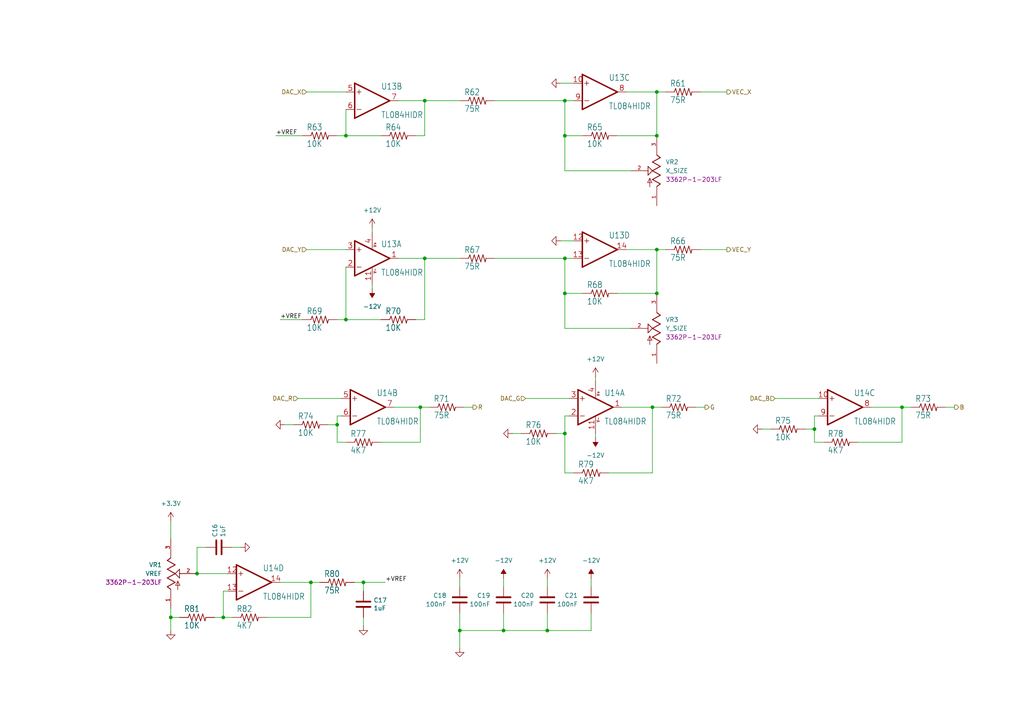
<source format=kicad_sch>
(kicad_sch (version 20250114) (generator "eeschema") (generator_version "9.0")
  (paper "A4")
  (lib_symbols
    (symbol "3362P-1-203LF:3362P-1-203LF" (pin_names (offset 1.016))
      (property "Reference" "VR" (at -10.1818 2.5465 0))
      (property "Value" "-" (at 0 2.54 0))
      (property "Description" "3362P-1-203LF" (at 8.89 -4.572 0))
      (symbol "3362P-1-203LF_0_0"
        (polyline (pts (xy -5.08 0) (xy -4.572 0)) (stroke (width 0.1524)))
        (polyline (pts (xy -4.699 -2.032) (xy -2.159 -2.032)) (stroke (width 0.1524)))
        (polyline (pts (xy -4.572 0) (xy -3.81 1.016)) (stroke (width 0.254)))
        (polyline (pts (xy -3.81 1.016) (xy -2.54 -1.27)) (stroke (width 0.254)))
        (polyline (pts (xy -3.429 -1.397) (xy -2.159 -2.032)) (stroke (width 0.1524)))
        (polyline (pts (xy -3.429 -2.667) (xy -3.429 -1.397)) (stroke (width 0.1524)))
        (polyline (pts (xy -2.54 -1.27) (xy -1.27 1.016)) (stroke (width 0.254)))
        (polyline (pts (xy -2.159 -2.032) (xy -3.429 -2.667)) (stroke (width 0.1524)))
        (polyline (pts (xy -1.27 1.016) (xy 0 -1.27)) (stroke (width 0.254)))
        (polyline (pts (xy -1.27 -2.54) (xy 0 -1.27)) (stroke (width 0.2032)))
        (polyline (pts (xy 0 -1.27) (xy 1.27 1.016)) (stroke (width 0.254)))
        (polyline (pts (xy 0 -1.27) (xy 1.27 -2.54)) (stroke (width 0.2032)))
        (polyline (pts (xy 1.27 1.016) (xy 2.54 -1.27)) (stroke (width 0.254)))
        (polyline (pts (xy 1.27 -2.54) (xy -1.27 -2.54)) (stroke (width 0.2032)))
        (polyline (pts (xy 2.54 -1.27) (xy 3.81 1.016)) (stroke (width 0.254)))
        (polyline (pts (xy 3.81 1.016) (xy 4.572 0)) (stroke (width 0.254)))
        (polyline (pts (xy 4.572 0) (xy 5.08 0)) (stroke (width 0.1524)))
        (pin passive line (at -10.16 0 0) (length 5.08) (name "~") (number "1"))
        (pin passive line (at 0 -7.62 90) (length 5.08) (name "~") (number "2"))
        (pin passive line (at 10.16 0 180) (length 5.08) (name "~") (number "3"))
      )
    )
    (symbol "Device:C" (pin_numbers (hide yes)) (pin_names (offset 0.254))
      (property "Reference" "C" (at 0.635 2.54 0))
      (property "Value" "C" (at 0.635 -2.54 0))
      (symbol "C_0_1"
        (polyline (pts (xy -2.032 0.762) (xy 2.032 0.762)) (stroke (width 0.508)))
        (polyline (pts (xy -2.032 -0.762) (xy 2.032 -0.762)) (stroke (width 0.508)))
      )
      (symbol "C_1_1"
        (pin passive line (at 0 3.81 270) (length 2.794) (name "~") (number "1"))
        (pin passive line (at 0 -3.81 90) (length 2.794) (name "~") (number "2"))
      )
    )
    (symbol "mister-vector-eagle-import:R-US_R0603"
      (property "Reference" "R" (at -3.81 1.4986 0))
      (symbol "R-US_R0603_1_0"
        (polyline (pts (xy -2.54 0) (xy -2.159 1.016)) (stroke (width 0.2032)))
        (polyline (pts (xy -2.159 1.016) (xy -1.524 -1.016)) (stroke (width 0.2032)))
        (polyline (pts (xy -1.524 -1.016) (xy -0.889 1.016)) (stroke (width 0.2032)))
        (polyline (pts (xy -0.889 1.016) (xy -0.254 -1.016)) (stroke (width 0.2032)))
        (polyline (pts (xy -0.254 -1.016) (xy 0.381 1.016)) (stroke (width 0.2032)))
        (polyline (pts (xy 0.381 1.016) (xy 1.016 -1.016)) (stroke (width 0.2032)))
        (polyline (pts (xy 1.016 -1.016) (xy 1.651 1.016)) (stroke (width 0.2032)))
        (polyline (pts (xy 1.651 1.016) (xy 2.286 -1.016)) (stroke (width 0.2032)))
        (polyline (pts (xy 2.286 -1.016) (xy 2.54 0)) (stroke (width 0.2032)))
        (pin passive line (at -5.08 0 0) (length 2.54) (name "1") (number "1"))
        (pin passive line (at 5.08 0 180) (length 2.54) (name "2") (number "2"))
      )
    )
    (symbol "mister-vector-eagle-import:TL084"
      (property "Reference" "IC" (at 2.54 3.175 0))
      (symbol "TL084_1_0"
        (polyline (pts (xy -5.08 5.08) (xy -5.08 -5.08)) (stroke (width 0.4064)))
        (polyline (pts (xy -5.08 -5.08) (xy 5.08 0)) (stroke (width 0.4064)))
        (polyline (pts (xy -4.445 2.54) (xy -3.175 2.54)) (stroke (width 0.1524)))
        (polyline (pts (xy -4.445 -2.54) (xy -3.175 -2.54)) (stroke (width 0.1524)))
        (polyline (pts (xy -3.81 3.175) (xy -3.81 1.905)) (stroke (width 0.1524)))
        (polyline (pts (xy 5.08 0) (xy -5.08 5.08)) (stroke (width 0.4064)))
        (text "V+" (at 1.27 3.175 900) (effects (font (size 0.8128 0.6908)) (justify left bottom)))
        (text "V-" (at 1.27 -4.445 900) (effects (font (size 0.8128 0.6908)) (justify left bottom)))
        (pin input line (at -7.62 2.54 0) (length 2.54) (name "+IN") (number "3"))
        (pin input line (at -7.62 -2.54 0) (length 2.54) (name "-IN") (number "2"))
        (pin power_in line (at 0 7.62 270) (length 5.08) (name "V+") (number "4"))
        (pin power_in line (at 0 -7.62 90) (length 5.08) (name "V-") (number "11"))
        (pin output line (at 7.62 0 180) (length 2.54) (name "OUT") (number "1"))
      )
      (symbol "TL084_2_0"
        (polyline (pts (xy -5.08 5.08) (xy -5.08 -5.08)) (stroke (width 0.4064)))
        (polyline (pts (xy -5.08 -5.08) (xy 5.08 0)) (stroke (width 0.4064)))
        (polyline (pts (xy -4.445 2.54) (xy -3.175 2.54)) (stroke (width 0.1524)))
        (polyline (pts (xy -4.445 -2.54) (xy -3.175 -2.54)) (stroke (width 0.1524)))
        (polyline (pts (xy -3.81 3.175) (xy -3.81 1.905)) (stroke (width 0.1524)))
        (polyline (pts (xy 5.08 0) (xy -5.08 5.08)) (stroke (width 0.4064)))
        (pin input line (at -7.62 2.54 0) (length 2.54) (name "+IN") (number "5"))
        (pin input line (at -7.62 -2.54 0) (length 2.54) (name "-IN") (number "6"))
        (pin output line (at 7.62 0 180) (length 2.54) (name "OUT") (number "7"))
      )
      (symbol "TL084_3_0"
        (polyline (pts (xy -5.08 5.08) (xy -5.08 -5.08)) (stroke (width 0.4064)))
        (polyline (pts (xy -5.08 -5.08) (xy 5.08 0)) (stroke (width 0.4064)))
        (polyline (pts (xy -4.445 2.54) (xy -3.175 2.54)) (stroke (width 0.1524)))
        (polyline (pts (xy -4.445 -2.54) (xy -3.175 -2.54)) (stroke (width 0.1524)))
        (polyline (pts (xy -3.81 3.175) (xy -3.81 1.905)) (stroke (width 0.1524)))
        (polyline (pts (xy 5.08 0) (xy -5.08 5.08)) (stroke (width 0.4064)))
        (pin input line (at -7.62 2.54 0) (length 2.54) (name "+IN") (number "10"))
        (pin input line (at -7.62 -2.54 0) (length 2.54) (name "-IN") (number "9"))
        (pin output line (at 7.62 0 180) (length 2.54) (name "OUT") (number "8"))
      )
      (symbol "TL084_4_0"
        (polyline (pts (xy -5.08 5.08) (xy -5.08 -5.08)) (stroke (width 0.4064)))
        (polyline (pts (xy -5.08 -5.08) (xy 5.08 0)) (stroke (width 0.4064)))
        (polyline (pts (xy -4.445 2.54) (xy -3.175 2.54)) (stroke (width 0.1524)))
        (polyline (pts (xy -4.445 -2.54) (xy -3.175 -2.54)) (stroke (width 0.1524)))
        (polyline (pts (xy -3.81 3.175) (xy -3.81 1.905)) (stroke (width 0.1524)))
        (polyline (pts (xy 5.08 0) (xy -5.08 5.08)) (stroke (width 0.4064)))
        (pin input line (at -7.62 2.54 0) (length 2.54) (name "+IN") (number "12"))
        (pin input line (at -7.62 -2.54 0) (length 2.54) (name "-IN") (number "13"))
        (pin output line (at 7.62 0 180) (length 2.54) (name "OUT") (number "14"))
      )
    )
    (symbol "power:+12V" (power) (pin_numbers (hide yes)) (pin_names (offset 0) (hide yes))
      (property "Value" "+12V" (at 0 3.556 0))
      (symbol "+12V_0_1"
        (polyline (pts (xy -0.762 1.27) (xy 0 2.54)))
        (polyline (pts (xy 0 2.54) (xy 0.762 1.27)))
        (polyline (pts (xy 0 0) (xy 0 2.54)))
      )
      (symbol "+12V_1_1"
        (pin power_in line (at 0 0 90) (length 0) (name "~") (number "1"))
      )
    )
    (symbol "power:+3.3V" (power) (pin_numbers (hide yes)) (pin_names (offset 0) (hide yes))
      (property "Value" "+3.3V" (at 0 3.556 0))
      (symbol "+3.3V_0_1"
        (polyline (pts (xy -0.762 1.27) (xy 0 2.54)))
        (polyline (pts (xy 0 2.54) (xy 0.762 1.27)))
        (polyline (pts (xy 0 0) (xy 0 2.54)))
      )
      (symbol "+3.3V_1_1"
        (pin power_in line (at 0 0 90) (length 0) (name "~") (number "1"))
      )
    )
    (symbol "power:-12V" (power) (pin_numbers (hide yes)) (pin_names (offset 0) (hide yes))
      (property "Value" "-12V" (at 0 3.556 0))
      (symbol "-12V_0_0"
        (pin power_in line (at 0 0 90) (length 0) (name "~") (number "1"))
      )
      (symbol "-12V_0_1"
        (polyline (pts (xy 0 0) (xy 0 1.27) (xy 0.762 1.27) (xy 0 2.54) (xy -0.762 1.27) (xy 0 1.27)) (fill (type outline)))
      )
    )
    (symbol "power:GND" (power) (pin_numbers (hide yes)) (pin_names (offset 0) (hide yes))
      (property "Value" "GND" (at 0 -3.81 0))
      (symbol "GND_0_1"
        (polyline (pts (xy 0 0) (xy 0 -1.27) (xy 1.27 -1.27) (xy 0 -2.54) (xy -1.27 -1.27) (xy 0 -1.27)))
      )
      (symbol "GND_1_1"
        (pin power_in line (at 0 0 270) (length 0) (name "~") (number "1"))
      )
    )
  )
  (junction (at 163.83 125.73))
  (junction (at 190.5 26.67))
  (junction (at 123.19 29.21))
  (junction (at 57.15 166.37))
  (junction (at 190.5 39.37))
  (junction (at 121.92 118.11))
  (junction (at 190.5 72.39))
  (junction (at 100.33 92.71))
  (junction (at 49.53 179.07))
  (junction (at 146.05 182.88))
  (junction (at 97.79 123.19))
  (junction (at 90.17 168.91))
  (junction (at 100.33 39.37))
  (junction (at 236.22 124.46))
  (junction (at 163.83 39.37))
  (junction (at 163.83 29.21))
  (junction (at 123.19 74.93))
  (junction (at 163.83 85.09))
  (junction (at 158.75 182.88))
  (junction (at 261.62 118.11))
  (junction (at 189.23 118.11))
  (junction (at 105.41 168.91))
  (junction (at 133.35 182.88))
  (junction (at 163.83 74.93))
  (junction (at 64.77 179.07))
  (junction (at 190.5 85.09))
  (wire (pts (xy 236.22 120.65) (xy 236.22 124.46)) (stroke (width 0.1524)))
  (wire (pts (xy 162.56 24.13) (xy 166.37 24.13)) (stroke (width 0.1524)))
  (wire (pts (xy 224.79 115.57) (xy 237.49 115.57)) (stroke (width 0.1524)))
  (wire (pts (xy 180.34 118.11) (xy 189.23 118.11)) (stroke (width 0.1524)))
  (wire (pts (xy 100.33 77.47) (xy 100.33 92.71)) (stroke (width 0.1524)))
  (wire (pts (xy 190.5 72.39) (xy 193.04 72.39)) (stroke (width 0.1524)))
  (wire (pts (xy 95.25 123.19) (xy 97.79 123.19)) (stroke (width 0.1524)))
  (wire (pts (xy 179.07 39.37) (xy 190.5 39.37)) (stroke (width 0.1524)))
  (wire (pts (xy 163.83 85.09) (xy 168.91 85.09)) (stroke (width 0.1524)))
  (wire (pts (xy 100.33 31.75) (xy 100.33 39.37)) (stroke (width 0.1524)))
  (wire (pts (xy 261.62 128.27) (xy 261.62 118.11)) (stroke (width 0.1524)))
  (wire (pts (xy 190.5 26.67) (xy 193.04 26.67)) (stroke (width 0.1524)))
  (wire (pts (xy 57.15 166.37) (xy 66.04 166.37)) (stroke (width 0.1524)))
  (wire (pts (xy 163.83 74.93) (xy 143.51 74.93)) (stroke (width 0.1524)))
  (wire (pts (xy 57.15 158.75) (xy 57.15 166.37)) (stroke (width 0.1524)))
  (wire (pts (xy 110.49 128.27) (xy 121.92 128.27)) (stroke (width 0.1524)))
  (wire (pts (xy 190.5 85.09) (xy 190.5 72.39)) (stroke (width 0.1524)))
  (wire (pts (xy 220.98 124.46) (xy 223.52 124.46)) (stroke (width 0.1524)))
  (wire (pts (xy 88.9 72.39) (xy 100.33 72.39)) (stroke (width 0.1524)))
  (wire (pts (xy 121.92 118.11) (xy 124.46 118.11)) (stroke (width 0.1524)))
  (wire (pts (xy 148.59 125.73) (xy 151.13 125.73)) (stroke (width 0.1524)))
  (wire (pts (xy 143.51 29.21) (xy 163.83 29.21)) (stroke (width 0.1524)))
  (wire (pts (xy 248.92 128.27) (xy 261.62 128.27)) (stroke (width 0.1524)))
  (wire (pts (xy 82.55 123.19) (xy 85.09 123.19)) (stroke (width 0.1524)))
  (wire (pts (xy 252.73 118.11) (xy 261.62 118.11)) (stroke (width 0.1524)))
  (wire (pts (xy 105.41 171.45) (xy 105.41 168.91)) (stroke (width 0.1524)))
  (wire (pts (xy 115.57 29.21) (xy 123.19 29.21)) (stroke (width 0.1524)))
  (wire (pts (xy 120.65 39.37) (xy 123.19 39.37)) (stroke (width 0.1524)))
  (wire (pts (xy 158.75 182.88) (xy 158.75 177.8)))
  (wire (pts (xy 97.79 92.71) (xy 100.33 92.71)) (stroke (width 0.1524)))
  (wire (pts (xy 163.83 137.16) (xy 166.37 137.16)) (stroke (width 0.1524)))
  (wire (pts (xy 163.83 95.25) (xy 163.83 85.09)) (stroke (width 0.1524)))
  (wire (pts (xy 90.17 179.07) (xy 90.17 168.91)) (stroke (width 0.1524)))
  (wire (pts (xy 123.19 29.21) (xy 133.35 29.21)) (stroke (width 0.1524)))
  (wire (pts (xy 163.83 49.53) (xy 182.88 49.53)) (stroke (width 0.1524)))
  (wire (pts (xy 133.35 182.88) (xy 133.35 187.96)))
  (wire (pts (xy 190.5 39.37) (xy 190.5 26.67)) (stroke (width 0.1524)))
  (wire (pts (xy 80.01 39.37) (xy 87.63 39.37)) (stroke (width 0.1524)))
  (wire (pts (xy 233.68 124.46) (xy 236.22 124.46)) (stroke (width 0.1524)))
  (wire (pts (xy 100.33 128.27) (xy 97.79 128.27)) (stroke (width 0.1524)))
  (wire (pts (xy 163.83 95.25) (xy 182.88 95.25)) (stroke (width 0.1524)))
  (wire (pts (xy 134.62 118.11) (xy 137.16 118.11)) (stroke (width 0.1524)))
  (wire (pts (xy 123.19 39.37) (xy 123.19 29.21)) (stroke (width 0.1524)))
  (wire (pts (xy 133.35 167.64) (xy 133.35 170.18)))
  (wire (pts (xy 67.31 158.75) (xy 69.85 158.75)) (stroke (width 0.1524)))
  (wire (pts (xy 123.19 74.93) (xy 133.35 74.93)) (stroke (width 0.1524)))
  (wire (pts (xy 114.3 118.11) (xy 121.92 118.11)) (stroke (width 0.1524)))
  (wire (pts (xy 100.33 92.71) (xy 110.49 92.71)) (stroke (width 0.1524)))
  (wire (pts (xy 86.36 115.57) (xy 99.06 115.57)) (stroke (width 0.1524)))
  (wire (pts (xy 163.83 39.37) (xy 168.91 39.37)) (stroke (width 0.1524)))
  (wire (pts (xy 121.92 128.27) (xy 121.92 118.11)) (stroke (width 0.1524)))
  (wire (pts (xy 146.05 182.88) (xy 158.75 182.88)))
  (wire (pts (xy 64.77 179.07) (xy 67.31 179.07)) (stroke (width 0.1524)))
  (wire (pts (xy 171.45 182.88) (xy 171.45 177.8)))
  (wire (pts (xy 163.83 74.93) (xy 166.37 74.93)) (stroke (width 0.1524)))
  (wire (pts (xy 105.41 181.61) (xy 105.41 179.07)) (stroke (width 0.1524)))
  (wire (pts (xy 163.83 74.93) (xy 163.83 85.09)) (stroke (width 0.1524)))
  (wire (pts (xy 165.1 120.65) (xy 163.83 120.65)) (stroke (width 0.1524)))
  (wire (pts (xy 181.61 72.39) (xy 190.5 72.39)) (stroke (width 0.1524)))
  (wire (pts (xy 99.06 120.65) (xy 97.79 120.65)) (stroke (width 0.1524)))
  (wire (pts (xy 120.65 92.71) (xy 123.19 92.71)) (stroke (width 0.1524)))
  (wire (pts (xy 77.47 179.07) (xy 90.17 179.07)) (stroke (width 0.1524)))
  (wire (pts (xy 179.07 85.09) (xy 190.5 85.09)) (stroke (width 0.1524)))
  (wire (pts (xy 97.79 128.27) (xy 97.79 123.19)) (stroke (width 0.1524)))
  (wire (pts (xy 59.69 158.75) (xy 57.15 158.75)) (stroke (width 0.1524)))
  (wire (pts (xy 49.53 182.88) (xy 49.53 179.07)))
  (wire (pts (xy 97.79 123.19) (xy 97.79 120.65)) (stroke (width 0.1524)))
  (wire (pts (xy 90.17 168.91) (xy 92.71 168.91)) (stroke (width 0.1524)))
  (wire (pts (xy 203.2 72.39) (xy 210.82 72.39)) (stroke (width 0.1524)))
  (wire (pts (xy 236.22 124.46) (xy 236.22 128.27)) (stroke (width 0.1524)))
  (wire (pts (xy 163.83 29.21) (xy 163.83 39.37)) (stroke (width 0.1524)))
  (wire (pts (xy 236.22 128.27) (xy 238.76 128.27)) (stroke (width 0.1524)))
  (wire (pts (xy 49.53 179.07) (xy 52.07 179.07)) (stroke (width 0.1524)))
  (wire (pts (xy 49.53 156.21) (xy 49.53 151.13)) (stroke (width 0.1524)))
  (wire (pts (xy 163.83 120.65) (xy 163.83 125.73)) (stroke (width 0.1524)))
  (wire (pts (xy 146.05 182.88) (xy 146.05 177.8)))
  (wire (pts (xy 176.53 137.16) (xy 189.23 137.16)) (stroke (width 0.1524)))
  (wire (pts (xy 97.79 39.37) (xy 100.33 39.37)) (stroke (width 0.1524)))
  (wire (pts (xy 133.35 182.88) (xy 146.05 182.88)))
  (wire (pts (xy 172.72 127) (xy 172.72 125.73)))
  (wire (pts (xy 261.62 118.11) (xy 264.16 118.11)) (stroke (width 0.1524)))
  (wire (pts (xy 64.77 171.45) (xy 64.77 179.07)) (stroke (width 0.1524)))
  (wire (pts (xy 102.87 168.91) (xy 105.41 168.91)) (stroke (width 0.1524)))
  (wire (pts (xy 66.04 171.45) (xy 64.77 171.45)) (stroke (width 0.1524)))
  (wire (pts (xy 100.33 39.37) (xy 110.49 39.37)) (stroke (width 0.1524)))
  (wire (pts (xy 163.83 29.21) (xy 166.37 29.21)) (stroke (width 0.1524)))
  (wire (pts (xy 163.83 39.37) (xy 163.83 49.53)) (stroke (width 0.1524)))
  (wire (pts (xy 88.9 26.67) (xy 100.33 26.67)) (stroke (width 0.1524)))
  (wire (pts (xy 162.56 69.85) (xy 166.37 69.85)) (stroke (width 0.1524)))
  (wire (pts (xy 123.19 74.93) (xy 115.57 74.93)) (stroke (width 0.1524)))
  (wire (pts (xy 274.32 118.11) (xy 276.86 118.11)) (stroke (width 0.1524)))
  (wire (pts (xy 81.28 92.71) (xy 87.63 92.71)) (stroke (width 0.1524)))
  (wire (pts (xy 158.75 182.88) (xy 171.45 182.88)))
  (wire (pts (xy 203.2 26.67) (xy 210.82 26.67)) (stroke (width 0.1524)))
  (wire (pts (xy 181.61 26.67) (xy 190.5 26.67)) (stroke (width 0.1524)))
  (wire (pts (xy 201.93 118.11) (xy 204.47 118.11)) (stroke (width 0.1524)))
  (wire (pts (xy 163.83 125.73) (xy 163.83 137.16)) (stroke (width 0.1524)))
  (wire (pts (xy 172.72 109.22) (xy 172.72 110.49)))
  (wire (pts (xy 171.45 170.18) (xy 171.45 167.64)))
  (wire (pts (xy 237.49 120.65) (xy 236.22 120.65)) (stroke (width 0.1524)))
  (wire (pts (xy 123.19 92.71) (xy 123.19 74.93)) (stroke (width 0.1524)))
  (wire (pts (xy 62.23 179.07) (xy 64.77 179.07)) (stroke (width 0.1524)))
  (wire (pts (xy 189.23 118.11) (xy 191.77 118.11)) (stroke (width 0.1524)))
  (wire (pts (xy 133.35 177.8) (xy 133.35 182.88)))
  (wire (pts (xy 49.53 179.07) (xy 49.53 176.53)) (stroke (width 0.1524)))
  (wire (pts (xy 161.29 125.73) (xy 163.83 125.73)) (stroke (width 0.1524)))
  (wire (pts (xy 105.41 168.91) (xy 111.76 168.91)) (stroke (width 0.1524)))
  (wire (pts (xy 189.23 137.16) (xy 189.23 118.11)) (stroke (width 0.1524)))
  (wire (pts (xy 152.4 115.57) (xy 165.1 115.57)) (stroke (width 0.1524)))
  (wire (pts (xy 107.95 66.04) (xy 107.95 67.31)))
  (wire (pts (xy 90.17 168.91) (xy 81.28 168.91)) (stroke (width 0.1524)))
  (wire (pts (xy 107.95 83.82) (xy 107.95 82.55)))
  (wire (pts (xy 158.75 167.64) (xy 158.75 170.18)))
  (wire (pts (xy 146.05 170.18) (xy 146.05 167.64)))
  (label "+VREF" (at 81.28 92.71 0) (effects (font (size 1.2446 1.2446))))
  (label "+VREF" (at 111.76 168.91 0) (effects (font (size 1.2446 1.2446))))
  (label "+VREF" (at 80.01 39.37 0) (effects (font (size 1.2446 1.2446))))
  (hierarchical_label "DAC_Y" (shape input) (at 88.9 72.39 180) (effects (font (size 1.2446 1.2446))))
  (hierarchical_label "DAC_R" (shape input) (at 86.36 115.57 180) (effects (font (size 1.2446 1.2446))))
  (hierarchical_label "DAC_B" (shape input) (at 224.79 115.57 180) (effects (font (size 1.2446 1.2446))))
  (hierarchical_label "G" (shape output) (at 204.47 118.11 0) (effects (font (size 1.2446 1.2446))))
  (hierarchical_label "VEC_X" (shape output) (at 210.82 26.67 0) (effects (font (size 1.2446 1.2446))))
  (hierarchical_label "R" (shape output) (at 137.16 118.11 0) (effects (font (size 1.2446 1.2446))))
  (hierarchical_label "VEC_Y" (shape output) (at 210.82 72.39 0) (effects (font (size 1.2446 1.2446))))
  (hierarchical_label "DAC_X" (shape input) (at 88.9 26.67 180) (effects (font (size 1.2446 1.2446))))
  (hierarchical_label "B" (shape output) (at 276.86 118.11 0) (effects (font (size 1.2446 1.2446))))
  (hierarchical_label "DAC_G" (shape input) (at 152.4 115.57 180) (effects (font (size 1.2446 1.2446))))
  (symbol (lib_id "power:GND") (at 49.53 182.88 0) (unit 1)
    (property "Reference" "#PWR047" (effects (hide yes)))
    (property "Value" "GND" (effects (hide yes)))
    (property "Description" "Power symbol creates a global label with name \"GND\" , ground" (effects (hide yes)))
  )
  (symbol (lib_id "power:-12V") (at 146.05 167.64 0) (unit 1)
    (property "Reference" "#PWR044" (effects (hide yes)))
    (property "Value" "-12V" (at 146.05 162.56 0))
    (property "Description" "Power symbol creates a global label with name \"-12V\"" (effects (hide yes)))
  )
  (symbol (lib_id "mister-vector-eagle-import:R-US_R0603") (at 138.43 29.21 0) (unit 1)
    (property "Reference" "R62" (at 134.62 27.7114 0) (effects (font (size 1.778 1.5113)) (justify left bottom)))
    (property "Value" "75R" (at 134.62 32.512 0) (effects (font (size 1.778 1.5113)) (justify left bottom)))
    (property "Footprint" "mister-vector:R0603" (effects (hide yes)))
    (property "LCSC" "C114757" (effects (hide yes)))
  )
  (symbol (lib_id "mister-vector-eagle-import:TL084") (at 245.11 118.11 0) (unit 3)
    (property "Reference" "U14" (at 247.65 114.935 0) (effects (font (size 1.778 1.5113)) (justify left bottom)))
    (property "Value" "TL084HIDR" (at 247.65 123.19 0) (effects (font (size 1.778 1.5113)) (justify left bottom)))
    (property "Footprint" "Package_SO:SOIC-14_3.9x8.7mm_P1.27mm" (effects (hide yes)))
    (property "Description" "OPAMP JFET 4 CIRCUIT 20V/µs 5.25 MHz 26mA" (effects (hide yes)))
    (property "LCSC" "C2878714" (effects (hide yes)))
  )
  (symbol (lib_id "mister-vector-eagle-import:TL084") (at 173.99 26.67 0) (unit 3)
    (property "Reference" "U13" (at 176.53 23.495 0) (effects (font (size 1.778 1.5113)) (justify left bottom)))
    (property "Value" "TL084HIDR" (at 176.53 31.75 0) (effects (font (size 1.778 1.5113)) (justify left bottom)))
    (property "Footprint" "Package_SO:SOIC-14_3.9x8.7mm_P1.27mm" (effects (hide yes)))
    (property "Description" "OPAMP JFET 4 CIRCUIT 20V/µs 5.25 MHz 26mA" (effects (hide yes)))
    (property "LCSC" "C2878714" (effects (hide yes)))
  )
  (symbol (lib_id "mister-vector-eagle-import:R-US_R0603") (at 173.99 85.09 0) (unit 1)
    (property "Reference" "R68" (at 170.18 83.5914 0) (effects (font (size 1.778 1.5113)) (justify left bottom)))
    (property "Value" "10K" (at 170.18 88.392 0) (effects (font (size 1.778 1.5113)) (justify left bottom)))
    (property "Footprint" "mister-vector:R0603" (effects (hide yes)))
    (property "LCSC" "C25744" (effects (hide yes)))
  )
  (symbol (lib_id "power:+12V") (at 172.72 109.22 0) (unit 1)
    (property "Reference" "#PWR036" (effects (hide yes)))
    (property "Value" "+12V" (at 172.72 104.14 0))
    (property "Description" "Power symbol creates a global label with name \"+12V\"" (effects (hide yes)))
  )
  (symbol (lib_id "mister-vector-eagle-import:R-US_R0603") (at 129.54 118.11 0) (unit 1)
    (property "Reference" "R71" (at 125.73 116.6114 0) (effects (font (size 1.778 1.5113)) (justify left bottom)))
    (property "Value" "75R" (at 125.73 121.412 0) (effects (font (size 1.778 1.5113)) (justify left bottom)))
    (property "Footprint" "mister-vector:R0603" (effects (hide yes)))
    (property "LCSC" "C114757" (effects (hide yes)))
  )
  (symbol (lib_id "mister-vector-eagle-import:R-US_R0603") (at 115.57 92.71 0) (unit 1)
    (property "Reference" "R70" (at 111.76 91.2114 0) (effects (font (size 1.778 1.5113)) (justify left bottom)))
    (property "Value" "10K" (at 111.76 96.012 0) (effects (font (size 1.778 1.5113)) (justify left bottom)))
    (property "Footprint" "mister-vector:R0603" (effects (hide yes)))
    (property "LCSC" "C25744" (effects (hide yes)))
  )
  (symbol (lib_id "mister-vector-eagle-import:R-US_R0603") (at 57.15 179.07 0) (unit 1)
    (property "Reference" "R81" (at 53.34 177.5714 0) (effects (font (size 1.778 1.5113)) (justify left bottom)))
    (property "Value" "10K" (at 53.34 182.372 0) (effects (font (size 1.778 1.5113)) (justify left bottom)))
    (property "Footprint" "mister-vector:R0603" (effects (hide yes)))
    (property "LCSC" "C25744" (effects (hide yes)))
  )
  (symbol (lib_id "power:GND") (at 148.59 125.73 270) (unit 1)
    (property "Reference" "#PWR039" (effects (hide yes)))
    (property "Value" "GND" (effects (hide yes)))
    (property "Description" "Power symbol creates a global label with name \"GND\" , ground" (effects (hide yes)))
  )
  (symbol (lib_id "mister-vector-eagle-import:TL084") (at 107.95 74.93 0) (unit 1)
    (property "Reference" "U13" (at 110.49 71.755 0) (effects (font (size 1.778 1.5113)) (justify left bottom)))
    (property "Value" "TL084HIDR" (at 110.49 80.01 0) (effects (font (size 1.778 1.5113)) (justify left bottom)))
    (property "Footprint" "Package_SO:SOIC-14_3.9x8.7mm_P1.27mm" (effects (hide yes)))
    (property "Description" "OPAMP JFET 4 CIRCUIT 20V/µs 5.25 MHz 26mA" (effects (hide yes)))
    (property "LCSC" "C2878714" (effects (hide yes)))
  )
  (symbol (lib_id "power:GND") (at 82.55 123.19 270) (unit 1)
    (property "Reference" "#PWR037" (effects (hide yes)))
    (property "Value" "GND" (effects (hide yes)))
    (property "Description" "Power symbol creates a global label with name \"GND\" , ground" (effects (hide yes)))
  )
  (symbol (lib_id "power:+12V") (at 133.35 167.64 0) (unit 1)
    (property "Reference" "#PWR043" (effects (hide yes)))
    (property "Value" "+12V" (at 133.35 162.56 0))
    (property "Description" "Power symbol creates a global label with name \"+12V\"" (effects (hide yes)))
  )
  (symbol (lib_id "mister-vector-eagle-import:R-US_R0603") (at 72.39 179.07 0) (unit 1)
    (property "Reference" "R82" (at 68.58 177.5714 0) (effects (font (size 1.778 1.5113)) (justify left bottom)))
    (property "Value" "4K7" (at 68.58 182.372 0) (effects (font (size 1.778 1.5113)) (justify left bottom)))
    (property "Footprint" "mister-vector:R0603" (effects (hide yes)))
    (property "LCSC" "C25900" (effects (hide yes)))
  )
  (symbol (lib_id "mister-vector-eagle-import:R-US_R0603") (at 138.43 74.93 0) (unit 1)
    (property "Reference" "R67" (at 134.62 73.4314 0) (effects (font (size 1.778 1.5113)) (justify left bottom)))
    (property "Value" "75R" (at 134.62 78.232 0) (effects (font (size 1.778 1.5113)) (justify left bottom)))
    (property "Footprint" "mister-vector:R0603" (effects (hide yes)))
    (property "LCSC" "C114757" (effects (hide yes)))
  )
  (symbol (lib_id "mister-vector-eagle-import:R-US_R0603") (at 105.41 128.27 0) (unit 1)
    (property "Reference" "R77" (at 101.6 126.7714 0) (effects (font (size 1.778 1.5113)) (justify left bottom)))
    (property "Value" "4K7" (at 101.6 131.572 0) (effects (font (size 1.778 1.5113)) (justify left bottom)))
    (property "Footprint" "mister-vector:R0603" (effects (hide yes)))
    (property "LCSC" "C25900" (effects (hide yes)))
  )
  (symbol (lib_id "power:GND") (at 162.56 69.85 270) (unit 1)
    (property "Reference" "#PWR034" (effects (hide yes)))
    (property "Value" "GND" (effects (hide yes)))
    (property "Description" "Power symbol creates a global label with name \"GND\" , ground" (effects (hide yes)))
  )
  (symbol (lib_id "mister-vector-eagle-import:R-US_R0603") (at 171.45 137.16 0) (unit 1)
    (property "Reference" "R79" (at 167.64 135.6614 0) (effects (font (size 1.778 1.5113)) (justify left bottom)))
    (property "Value" "4K7" (at 167.64 140.462 0) (effects (font (size 1.778 1.5113)) (justify left bottom)))
    (property "Footprint" "mister-vector:R0603" (effects (hide yes)))
    (property "LCSC" "C25900" (effects (hide yes)))
  )
  (symbol (lib_id "mister-vector-eagle-import:TL084") (at 73.66 168.91 0) (unit 4)
    (property "Reference" "U14" (at 76.2 165.735 0) (effects (font (size 1.778 1.5113)) (justify left bottom)))
    (property "Value" "TL084HIDR" (at 76.2 173.99 0) (effects (font (size 1.778 1.5113)) (justify left bottom)))
    (property "Footprint" "Package_SO:SOIC-14_3.9x8.7mm_P1.27mm" (effects (hide yes)))
    (property "Description" "OPAMP JFET 4 CIRCUIT 20V/µs 5.25 MHz 26mA" (effects (hide yes)))
    (property "LCSC" "C2878714" (effects (hide yes)))
  )
  (symbol (lib_id "power:GND") (at 220.98 124.46 270) (unit 1)
    (property "Reference" "#PWR038" (effects (hide yes)))
    (property "Value" "GND" (effects (hide yes)))
    (property "Description" "Power symbol creates a global label with name \"GND\" , ground" (effects (hide yes)))
  )
  (symbol (lib_id "mister-vector-eagle-import:R-US_R0603") (at 269.24 118.11 0) (unit 1)
    (property "Reference" "R73" (at 265.43 116.6114 0) (effects (font (size 1.778 1.5113)) (justify left bottom)))
    (property "Value" "75R" (at 265.43 121.412 0) (effects (font (size 1.778 1.5113)) (justify left bottom)))
    (property "Footprint" "mister-vector:R0603" (effects (hide yes)))
    (property "LCSC" "C114757" (effects (hide yes)))
  )
  (symbol (lib_id "mister-vector-eagle-import:R-US_R0603") (at 198.12 72.39 0) (unit 1)
    (property "Reference" "R66" (at 194.31 70.8914 0) (effects (font (size 1.778 1.5113)) (justify left bottom)))
    (property "Value" "75R" (at 194.31 75.692 0) (effects (font (size 1.778 1.5113)) (justify left bottom)))
    (property "Footprint" "mister-vector:R0603" (effects (hide yes)))
    (property "LCSC" "C114757" (effects (hide yes)))
  )
  (symbol (lib_id "power:-12V") (at 107.95 83.82 180) (unit 1)
    (property "Reference" "#PWR035" (effects (hide yes)))
    (property "Value" "-12V" (at 107.95 88.9 0))
    (property "Description" "Power symbol creates a global label with name \"-12V\"" (effects (hide yes)))
  )
  (symbol (lib_id "power:GND") (at 162.56 24.13 270) (unit 1)
    (property "Reference" "#PWR032" (effects (hide yes)))
    (property "Value" "GND" (effects (hide yes)))
    (property "Description" "Power symbol creates a global label with name \"GND\" , ground" (effects (hide yes)))
  )
  (symbol (lib_id "Device:C") (at 133.35 173.99 0) (mirror x) (unit 1)
    (property "Reference" "C18" (at 129.54 172.7199 0) (effects (justify right)))
    (property "Value" "100nF" (at 129.54 175.2599 0) (effects (justify right)))
    (property "Footprint" "Capacitor_SMD:C_0402_1005Metric" (effects (hide yes)))
    (property "Description" "Unpolarized capacitor" (effects (hide yes)))
    (property "LCSC" "C307331" (effects (hide yes)))
  )
  (symbol (lib_id "mister-vector-eagle-import:TL084") (at 106.68 118.11 0) (unit 2)
    (property "Reference" "U14" (at 109.22 114.935 0) (effects (font (size 1.778 1.5113)) (justify left bottom)))
    (property "Value" "TL084HIDR" (at 109.22 123.19 0) (effects (font (size 1.778 1.5113)) (justify left bottom)))
    (property "Footprint" "Package_SO:SOIC-14_3.9x8.7mm_P1.27mm" (effects (hide yes)))
    (property "Description" "OPAMP JFET 4 CIRCUIT 20V/µs 5.25 MHz 26mA" (effects (hide yes)))
    (property "LCSC" "C2878714" (effects (hide yes)))
  )
  (symbol (lib_id "mister-vector-eagle-import:TL084") (at 107.95 29.21 0) (unit 2)
    (property "Reference" "U13" (at 110.49 26.035 0) (effects (font (size 1.778 1.5113)) (justify left bottom)))
    (property "Value" "TL084HIDR" (at 110.49 34.29 0) (effects (font (size 1.778 1.5113)) (justify left bottom)))
    (property "Footprint" "Package_SO:SOIC-14_3.9x8.7mm_P1.27mm" (effects (hide yes)))
    (property "Description" "OPAMP JFET 4 CIRCUIT 20V/µs 5.25 MHz 26mA" (effects (hide yes)))
    (property "LCSC" "C2878714" (effects (hide yes)))
  )
  (symbol (lib_id "3362P-1-203LF:3362P-1-203LF") (at 190.5 95.25 270) (mirror x) (unit 1)
    (property "Reference" "VR3" (at 193.04 92.7099 90) (effects (justify left)))
    (property "Value" "Y_SIZE" (at 193.04 95.2499 90) (effects (justify left)))
    (property "Footprint" "3362P-1-203LF:TRIM_3362P-1-203LF" (effects (hide yes)))
    (property "Description" "3362P-1-203LF" (at 193.04 97.7899 90) (effects (justify left)))
    (property "LCSC" "C81263" (effects (hide yes)))
  )
  (symbol (lib_id "power:+12V") (at 158.75 167.64 0) (unit 1)
    (property "Reference" "#PWR045" (effects (hide yes)))
    (property "Value" "+12V" (at 158.75 162.56 0))
    (property "Description" "Power symbol creates a global label with name \"+12V\"" (effects (hide yes)))
  )
  (symbol (lib_id "3362P-1-203LF:3362P-1-203LF") (at 49.53 166.37 90) (unit 1)
    (property "Reference" "VR1" (at 46.99 163.8299 90) (effects (justify left)))
    (property "Value" "VREF" (at 46.99 166.3699 90) (effects (justify left)))
    (property "Footprint" "3362P-1-203LF:TRIM_3362P-1-203LF" (effects (hide yes)))
    (property "Description" "3362P-1-203LF" (at 46.99 168.9099 90) (effects (justify left)))
    (property "LCSC" "C81263" (effects (hide yes)))
  )
  (symbol (lib_id "mister-vector-eagle-import:R-US_R0603") (at 156.21 125.73 0) (unit 1)
    (property "Reference" "R76" (at 152.4 124.2314 0) (effects (font (size 1.778 1.5113)) (justify left bottom)))
    (property "Value" "10K" (at 152.4 129.032 0) (effects (font (size 1.778 1.5113)) (justify left bottom)))
    (property "Footprint" "mister-vector:R0603" (effects (hide yes)))
    (property "LCSC" "C25744" (effects (hide yes)))
  )
  (symbol (lib_id "mister-vector-eagle-import:R-US_R0603") (at 243.84 128.27 0) (unit 1)
    (property "Reference" "R78" (at 240.03 126.7714 0) (effects (font (size 1.778 1.5113)) (justify left bottom)))
    (property "Value" "4K7" (at 240.03 131.572 0) (effects (font (size 1.778 1.5113)) (justify left bottom)))
    (property "Footprint" "mister-vector:R0603" (effects (hide yes)))
    (property "LCSC" "C25900" (effects (hide yes)))
  )
  (symbol (lib_id "Device:C") (at 105.41 175.26 0) (unit 1)
    (property "Reference" "C17" (at 108.331 174.0916 0) (effects (justify left)))
    (property "Value" "1uF" (at 108.331 176.403 0) (effects (justify left)))
    (property "Footprint" "Capacitor_SMD:C_0603_1608Metric" (effects (hide yes)))
    (property "LCSC" "C15849" (effects (hide yes)))
  )
  (symbol (lib_id "mister-vector-eagle-import:R-US_R0603") (at 228.6 124.46 0) (unit 1)
    (property "Reference" "R75" (at 224.79 122.9614 0) (effects (font (size 1.778 1.5113)) (justify left bottom)))
    (property "Value" "10K" (at 224.79 127.762 0) (effects (font (size 1.778 1.5113)) (justify left bottom)))
    (property "Footprint" "mister-vector:R0603" (effects (hide yes)))
    (property "LCSC" "C25744" (effects (hide yes)))
  )
  (symbol (lib_id "mister-vector-eagle-import:R-US_R0603") (at 97.79 168.91 0) (unit 1)
    (property "Reference" "R80" (at 93.98 167.4114 0) (effects (font (size 1.778 1.5113)) (justify left bottom)))
    (property "Value" "75R" (at 93.98 172.212 0) (effects (font (size 1.778 1.5113)) (justify left bottom)))
    (property "Footprint" "mister-vector:R0603" (effects (hide yes)))
    (property "LCSC" "C114757" (effects (hide yes)))
  )
  (symbol (lib_id "power:-12V") (at 172.72 127 180) (unit 1)
    (property "Reference" "#PWR040" (effects (hide yes)))
    (property "Value" "-12V" (at 172.72 132.08 0))
    (property "Description" "Power symbol creates a global label with name \"-12V\"" (effects (hide yes)))
  )
  (symbol (lib_id "power:GND") (at 105.41 181.61 0) (unit 1)
    (property "Reference" "#PWR048" (effects (hide yes)))
    (property "Value" "GND" (effects (hide yes)))
    (property "Description" "Power symbol creates a global label with name \"GND\" , ground" (effects (hide yes)))
  )
  (symbol (lib_id "mister-vector-eagle-import:R-US_R0603") (at 173.99 39.37 0) (unit 1)
    (property "Reference" "R65" (at 170.18 37.8714 0) (effects (font (size 1.778 1.5113)) (justify left bottom)))
    (property "Value" "10K" (at 170.18 42.672 0) (effects (font (size 1.778 1.5113)) (justify left bottom)))
    (property "Footprint" "mister-vector:R0603" (effects (hide yes)))
    (property "LCSC" "C25744" (effects (hide yes)))
  )
  (symbol (lib_id "power:-12V") (at 171.45 167.64 0) (unit 1)
    (property "Reference" "#PWR046" (effects (hide yes)))
    (property "Value" "-12V" (at 171.45 162.56 0))
    (property "Description" "Power symbol creates a global label with name \"-12V\"" (effects (hide yes)))
  )
  (symbol (lib_id "Device:C") (at 146.05 173.99 0) (mirror x) (unit 1)
    (property "Reference" "C19" (at 142.24 172.7199 0) (effects (justify right)))
    (property "Value" "100nF" (at 142.24 175.2599 0) (effects (justify right)))
    (property "Footprint" "Capacitor_SMD:C_0402_1005Metric" (effects (hide yes)))
    (property "Description" "Unpolarized capacitor" (effects (hide yes)))
    (property "LCSC" "C307331" (effects (hide yes)))
  )
  (symbol (lib_id "Device:C") (at 63.5 158.75 90) (unit 1)
    (property "Reference" "C16" (at 62.3316 155.829 0) (effects (justify left)))
    (property "Value" "1uF" (at 64.643 155.829 0) (effects (justify left)))
    (property "Footprint" "Capacitor_SMD:C_0603_1608Metric" (effects (hide yes)))
    (property "LCSC" "C15849" (effects (hide yes)))
  )
  (symbol (lib_id "power:+12V") (at 107.95 66.04 0) (unit 1)
    (property "Reference" "#PWR033" (effects (hide yes)))
    (property "Value" "+12V" (at 107.95 60.96 0))
    (property "Description" "Power symbol creates a global label with name \"+12V\"" (effects (hide yes)))
  )
  (symbol (lib_id "power:+3.3V") (at 49.53 151.13 0) (unit 1)
    (property "Reference" "#PWR041" (effects (hide yes)))
    (property "Value" "+3.3V" (at 49.53 146.05 0))
    (property "Description" "Power symbol creates a global label with name \"+3.3V\"" (effects (hide yes)))
  )
  (symbol (lib_id "Device:C") (at 158.75 173.99 0) (mirror x) (unit 1)
    (property "Reference" "C20" (at 154.94 172.7199 0) (effects (justify right)))
    (property "Value" "100nF" (at 154.94 175.2599 0) (effects (justify right)))
    (property "Footprint" "Capacitor_SMD:C_0402_1005Metric" (effects (hide yes)))
    (property "Description" "Unpolarized capacitor" (effects (hide yes)))
    (property "LCSC" "C307331" (effects (hide yes)))
  )
  (symbol (lib_id "mister-vector-eagle-import:R-US_R0603") (at 92.71 92.71 0) (unit 1)
    (property "Reference" "R69" (at 88.9 91.2114 0) (effects (font (size 1.778 1.5113)) (justify left bottom)))
    (property "Value" "10K" (at 88.9 96.012 0) (effects (font (size 1.778 1.5113)) (justify left bottom)))
    (property "Footprint" "mister-vector:R0603" (effects (hide yes)))
    (property "LCSC" "C25744" (effects (hide yes)))
  )
  (symbol (lib_id "power:GND") (at 69.85 158.75 90) (unit 1)
    (property "Reference" "#PWR042" (effects (hide yes)))
    (property "Value" "GND" (effects (hide yes)))
    (property "Description" "Power symbol creates a global label with name \"GND\" , ground" (effects (hide yes)))
  )
  (symbol (lib_id "mister-vector-eagle-import:R-US_R0603") (at 115.57 39.37 0) (unit 1)
    (property "Reference" "R64" (at 111.76 37.8714 0) (effects (font (size 1.778 1.5113)) (justify left bottom)))
    (property "Value" "10K" (at 111.76 42.672 0) (effects (font (size 1.778 1.5113)) (justify left bottom)))
    (property "Footprint" "mister-vector:R0603" (effects (hide yes)))
    (property "LCSC" "C25744" (effects (hide yes)))
  )
  (symbol (lib_id "Device:C") (at 171.45 173.99 0) (mirror x) (unit 1)
    (property "Reference" "C21" (at 167.64 172.7199 0) (effects (justify right)))
    (property "Value" "100nF" (at 167.64 175.2599 0) (effects (justify right)))
    (property "Footprint" "Capacitor_SMD:C_0402_1005Metric" (effects (hide yes)))
    (property "Description" "Unpolarized capacitor" (effects (hide yes)))
    (property "LCSC" "C307331" (effects (hide yes)))
  )
  (symbol (lib_id "mister-vector-eagle-import:R-US_R0603") (at 92.71 39.37 0) (unit 1)
    (property "Reference" "R63" (at 88.9 37.8714 0) (effects (font (size 1.778 1.5113)) (justify left bottom)))
    (property "Value" "10K" (at 88.9 42.672 0) (effects (font (size 1.778 1.5113)) (justify left bottom)))
    (property "Footprint" "mister-vector:R0603" (effects (hide yes)))
    (property "LCSC" "C25744" (effects (hide yes)))
  )
  (symbol (lib_id "3362P-1-203LF:3362P-1-203LF") (at 190.5 49.53 270) (mirror x) (unit 1)
    (property "Reference" "VR2" (at 193.04 46.9899 90) (effects (justify left)))
    (property "Value" "X_SIZE" (at 193.04 49.5299 90) (effects (justify left)))
    (property "Footprint" "3362P-1-203LF:TRIM_3362P-1-203LF" (effects (hide yes)))
    (property "Description" "3362P-1-203LF" (at 193.04 52.0699 90) (effects (justify left)))
    (property "LCSC" "C81263" (effects (hide yes)))
  )
  (symbol (lib_id "mister-vector-eagle-import:R-US_R0603") (at 196.85 118.11 0) (unit 1)
    (property "Reference" "R72" (at 193.04 116.6114 0) (effects (font (size 1.778 1.5113)) (justify left bottom)))
    (property "Value" "75R" (at 193.04 121.412 0) (effects (font (size 1.778 1.5113)) (justify left bottom)))
    (property "Footprint" "mister-vector:R0603" (effects (hide yes)))
    (property "LCSC" "C114757" (effects (hide yes)))
  )
  (symbol (lib_id "mister-vector-eagle-import:TL084") (at 172.72 118.11 0) (unit 1)
    (property "Reference" "U14" (at 175.26 114.935 0) (effects (font (size 1.778 1.5113)) (justify left bottom)))
    (property "Value" "TL084HIDR" (at 175.26 123.19 0) (effects (font (size 1.778 1.5113)) (justify left bottom)))
    (property "Footprint" "Package_SO:SOIC-14_3.9x8.7mm_P1.27mm" (effects (hide yes)))
    (property "Description" "OPAMP JFET 4 CIRCUIT 20V/µs 5.25 MHz 26mA" (effects (hide yes)))
    (property "LCSC" "C2878714" (effects (hide yes)))
  )
  (symbol (lib_id "mister-vector-eagle-import:R-US_R0603") (at 90.17 123.19 0) (unit 1)
    (property "Reference" "R74" (at 86.36 121.6914 0) (effects (font (size 1.778 1.5113)) (justify left bottom)))
    (property "Value" "10K" (at 86.36 126.492 0) (effects (font (size 1.778 1.5113)) (justify left bottom)))
    (property "Footprint" "mister-vector:R0603" (effects (hide yes)))
    (property "LCSC" "C25744" (effects (hide yes)))
  )
  (symbol (lib_id "mister-vector-eagle-import:R-US_R0603") (at 198.12 26.67 0) (unit 1)
    (property "Reference" "R61" (at 194.31 25.1714 0) (effects (font (size 1.778 1.5113)) (justify left bottom)))
    (property "Value" "75R" (at 194.31 29.972 0) (effects (font (size 1.778 1.5113)) (justify left bottom)))
    (property "Footprint" "mister-vector:R0603" (effects (hide yes)))
    (property "LCSC" "C114757" (effects (hide yes)))
  )
  (symbol (lib_id "mister-vector-eagle-import:TL084") (at 173.99 72.39 0) (unit 4)
    (property "Reference" "U13" (at 176.53 69.215 0) (effects (font (size 1.778 1.5113)) (justify left bottom)))
    (property "Value" "TL084HIDR" (at 176.53 77.47 0) (effects (font (size 1.778 1.5113)) (justify left bottom)))
    (property "Footprint" "Package_SO:SOIC-14_3.9x8.7mm_P1.27mm" (effects (hide yes)))
    (property "Description" "OPAMP JFET 4 CIRCUIT 20V/µs 5.25 MHz 26mA" (effects (hide yes)))
    (property "LCSC" "C2878714" (effects (hide yes)))
  )
  (symbol (lib_id "power:GND") (at 133.35 187.96 0) (unit 1)
    (property "Reference" "#PWR049" (effects (hide yes)))
    (property "Value" "GND" (effects (hide yes)))
    (property "Description" "Power symbol creates a global label with name \"GND\" , ground" (effects (hide yes)))
  )
)
</source>
